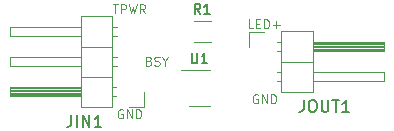
<source format=gbr>
%TF.GenerationSoftware,KiCad,Pcbnew,(6.0.1-0)*%
%TF.CreationDate,2022-02-21T21:03:00-07:00*%
%TF.ProjectId,LED,4c45442e-6b69-4636-9164-5f7063625858,rev?*%
%TF.SameCoordinates,Original*%
%TF.FileFunction,Legend,Top*%
%TF.FilePolarity,Positive*%
%FSLAX46Y46*%
G04 Gerber Fmt 4.6, Leading zero omitted, Abs format (unit mm)*
G04 Created by KiCad (PCBNEW (6.0.1-0)) date 2022-02-21 21:03:00*
%MOMM*%
%LPD*%
G01*
G04 APERTURE LIST*
%ADD10C,0.100000*%
%ADD11C,0.150000*%
%ADD12C,0.120000*%
G04 APERTURE END LIST*
D10*
X158178571Y-70110000D02*
X158107142Y-70074285D01*
X158000000Y-70074285D01*
X157892857Y-70110000D01*
X157821428Y-70181428D01*
X157785714Y-70252857D01*
X157750000Y-70395714D01*
X157750000Y-70502857D01*
X157785714Y-70645714D01*
X157821428Y-70717142D01*
X157892857Y-70788571D01*
X158000000Y-70824285D01*
X158071428Y-70824285D01*
X158178571Y-70788571D01*
X158214285Y-70752857D01*
X158214285Y-70502857D01*
X158071428Y-70502857D01*
X158535714Y-70824285D02*
X158535714Y-70074285D01*
X158964285Y-70824285D01*
X158964285Y-70074285D01*
X159321428Y-70824285D02*
X159321428Y-70074285D01*
X159500000Y-70074285D01*
X159607142Y-70110000D01*
X159678571Y-70181428D01*
X159714285Y-70252857D01*
X159750000Y-70395714D01*
X159750000Y-70502857D01*
X159714285Y-70645714D01*
X159678571Y-70717142D01*
X159607142Y-70788571D01*
X159500000Y-70824285D01*
X159321428Y-70824285D01*
X148981000Y-67256428D02*
X149088142Y-67292142D01*
X149123857Y-67327857D01*
X149159571Y-67399285D01*
X149159571Y-67506428D01*
X149123857Y-67577857D01*
X149088142Y-67613571D01*
X149016714Y-67649285D01*
X148731000Y-67649285D01*
X148731000Y-66899285D01*
X148981000Y-66899285D01*
X149052428Y-66935000D01*
X149088142Y-66970714D01*
X149123857Y-67042142D01*
X149123857Y-67113571D01*
X149088142Y-67185000D01*
X149052428Y-67220714D01*
X148981000Y-67256428D01*
X148731000Y-67256428D01*
X149445285Y-67613571D02*
X149552428Y-67649285D01*
X149731000Y-67649285D01*
X149802428Y-67613571D01*
X149838142Y-67577857D01*
X149873857Y-67506428D01*
X149873857Y-67435000D01*
X149838142Y-67363571D01*
X149802428Y-67327857D01*
X149731000Y-67292142D01*
X149588142Y-67256428D01*
X149516714Y-67220714D01*
X149481000Y-67185000D01*
X149445285Y-67113571D01*
X149445285Y-67042142D01*
X149481000Y-66970714D01*
X149516714Y-66935000D01*
X149588142Y-66899285D01*
X149766714Y-66899285D01*
X149873857Y-66935000D01*
X150338142Y-67292142D02*
X150338142Y-67649285D01*
X150088142Y-66899285D02*
X150338142Y-67292142D01*
X150588142Y-66899285D01*
X157803571Y-64474285D02*
X157446428Y-64474285D01*
X157446428Y-63724285D01*
X158053571Y-64081428D02*
X158303571Y-64081428D01*
X158410714Y-64474285D02*
X158053571Y-64474285D01*
X158053571Y-63724285D01*
X158410714Y-63724285D01*
X158732142Y-64474285D02*
X158732142Y-63724285D01*
X158910714Y-63724285D01*
X159017857Y-63760000D01*
X159089285Y-63831428D01*
X159125000Y-63902857D01*
X159160714Y-64045714D01*
X159160714Y-64152857D01*
X159125000Y-64295714D01*
X159089285Y-64367142D01*
X159017857Y-64438571D01*
X158910714Y-64474285D01*
X158732142Y-64474285D01*
X159482142Y-64188571D02*
X160053571Y-64188571D01*
X159767857Y-64474285D02*
X159767857Y-63902857D01*
X146748571Y-71380000D02*
X146677142Y-71344285D01*
X146570000Y-71344285D01*
X146462857Y-71380000D01*
X146391428Y-71451428D01*
X146355714Y-71522857D01*
X146320000Y-71665714D01*
X146320000Y-71772857D01*
X146355714Y-71915714D01*
X146391428Y-71987142D01*
X146462857Y-72058571D01*
X146570000Y-72094285D01*
X146641428Y-72094285D01*
X146748571Y-72058571D01*
X146784285Y-72022857D01*
X146784285Y-71772857D01*
X146641428Y-71772857D01*
X147105714Y-72094285D02*
X147105714Y-71344285D01*
X147534285Y-72094285D01*
X147534285Y-71344285D01*
X147891428Y-72094285D02*
X147891428Y-71344285D01*
X148070000Y-71344285D01*
X148177142Y-71380000D01*
X148248571Y-71451428D01*
X148284285Y-71522857D01*
X148320000Y-71665714D01*
X148320000Y-71772857D01*
X148284285Y-71915714D01*
X148248571Y-71987142D01*
X148177142Y-72058571D01*
X148070000Y-72094285D01*
X147891428Y-72094285D01*
X145927142Y-62454285D02*
X146355714Y-62454285D01*
X146141428Y-63204285D02*
X146141428Y-62454285D01*
X146605714Y-63204285D02*
X146605714Y-62454285D01*
X146891428Y-62454285D01*
X146962857Y-62490000D01*
X146998571Y-62525714D01*
X147034285Y-62597142D01*
X147034285Y-62704285D01*
X146998571Y-62775714D01*
X146962857Y-62811428D01*
X146891428Y-62847142D01*
X146605714Y-62847142D01*
X147284285Y-62454285D02*
X147462857Y-63204285D01*
X147605714Y-62668571D01*
X147748571Y-63204285D01*
X147927142Y-62454285D01*
X148641428Y-63204285D02*
X148391428Y-62847142D01*
X148212857Y-63204285D02*
X148212857Y-62454285D01*
X148498571Y-62454285D01*
X148570000Y-62490000D01*
X148605714Y-62525714D01*
X148641428Y-62597142D01*
X148641428Y-62704285D01*
X148605714Y-62775714D01*
X148570000Y-62811428D01*
X148498571Y-62847142D01*
X148212857Y-62847142D01*
D11*
%TO.C,JIN1*%
X142414761Y-71842380D02*
X142414761Y-72556666D01*
X142367142Y-72699523D01*
X142271904Y-72794761D01*
X142129047Y-72842380D01*
X142033809Y-72842380D01*
X142890952Y-72842380D02*
X142890952Y-71842380D01*
X143367142Y-72842380D02*
X143367142Y-71842380D01*
X143938571Y-72842380D01*
X143938571Y-71842380D01*
X144938571Y-72842380D02*
X144367142Y-72842380D01*
X144652857Y-72842380D02*
X144652857Y-71842380D01*
X144557619Y-71985238D01*
X144462380Y-72080476D01*
X144367142Y-72128095D01*
%TO.C,JOUT1*%
X162068095Y-70572380D02*
X162068095Y-71286666D01*
X162020476Y-71429523D01*
X161925238Y-71524761D01*
X161782380Y-71572380D01*
X161687142Y-71572380D01*
X162734761Y-70572380D02*
X162925238Y-70572380D01*
X163020476Y-70620000D01*
X163115714Y-70715238D01*
X163163333Y-70905714D01*
X163163333Y-71239047D01*
X163115714Y-71429523D01*
X163020476Y-71524761D01*
X162925238Y-71572380D01*
X162734761Y-71572380D01*
X162639523Y-71524761D01*
X162544285Y-71429523D01*
X162496666Y-71239047D01*
X162496666Y-70905714D01*
X162544285Y-70715238D01*
X162639523Y-70620000D01*
X162734761Y-70572380D01*
X163591904Y-70572380D02*
X163591904Y-71381904D01*
X163639523Y-71477142D01*
X163687142Y-71524761D01*
X163782380Y-71572380D01*
X163972857Y-71572380D01*
X164068095Y-71524761D01*
X164115714Y-71477142D01*
X164163333Y-71381904D01*
X164163333Y-70572380D01*
X164496666Y-70572380D02*
X165068095Y-70572380D01*
X164782380Y-71572380D02*
X164782380Y-70572380D01*
X165925238Y-71572380D02*
X165353809Y-71572380D01*
X165639523Y-71572380D02*
X165639523Y-70572380D01*
X165544285Y-70715238D01*
X165449047Y-70810476D01*
X165353809Y-70858095D01*
%TO.C,R1*%
X153335833Y-63249523D02*
X153052500Y-62844761D01*
X152850119Y-63249523D02*
X152850119Y-62399523D01*
X153173928Y-62399523D01*
X153254880Y-62440000D01*
X153295357Y-62480476D01*
X153335833Y-62561428D01*
X153335833Y-62682857D01*
X153295357Y-62763809D01*
X153254880Y-62804285D01*
X153173928Y-62844761D01*
X152850119Y-62844761D01*
X154145357Y-63249523D02*
X153659642Y-63249523D01*
X153902500Y-63249523D02*
X153902500Y-62399523D01*
X153821547Y-62520952D01*
X153740595Y-62601904D01*
X153659642Y-62642380D01*
%TO.C,U1*%
X152582380Y-66614523D02*
X152582380Y-67302619D01*
X152622857Y-67383571D01*
X152663333Y-67424047D01*
X152744285Y-67464523D01*
X152906190Y-67464523D01*
X152987142Y-67424047D01*
X153027619Y-67383571D01*
X153068095Y-67302619D01*
X153068095Y-66614523D01*
X153918095Y-67464523D02*
X153432380Y-67464523D01*
X153675238Y-67464523D02*
X153675238Y-66614523D01*
X153594285Y-66735952D01*
X153513333Y-66816904D01*
X153432380Y-66857380D01*
D12*
%TO.C,JIN1*%
X145880000Y-63440000D02*
X143220000Y-63440000D01*
X146210000Y-70230000D02*
X145880000Y-70230000D01*
X137220000Y-69470000D02*
X143220000Y-69470000D01*
X145880000Y-66040000D02*
X143220000Y-66040000D01*
X143220000Y-70230000D02*
X137220000Y-70230000D01*
X145880000Y-71180000D02*
X145880000Y-63440000D01*
X143220000Y-70170000D02*
X137220000Y-70170000D01*
X143220000Y-70050000D02*
X137220000Y-70050000D01*
X145880000Y-68580000D02*
X143220000Y-68580000D01*
X143220000Y-71180000D02*
X145880000Y-71180000D01*
X146277071Y-64390000D02*
X145880000Y-64390000D01*
X148590000Y-71120000D02*
X147320000Y-71120000D01*
X143220000Y-69690000D02*
X137220000Y-69690000D01*
X143220000Y-69570000D02*
X137220000Y-69570000D01*
X143220000Y-63440000D02*
X143220000Y-71180000D01*
X143220000Y-69930000D02*
X137220000Y-69930000D01*
X148590000Y-69850000D02*
X148590000Y-71120000D01*
X143220000Y-67690000D02*
X137220000Y-67690000D01*
X137220000Y-67690000D02*
X137220000Y-66930000D01*
X146277071Y-65150000D02*
X145880000Y-65150000D01*
X146277071Y-67690000D02*
X145880000Y-67690000D01*
X146210000Y-69470000D02*
X145880000Y-69470000D01*
X137220000Y-64390000D02*
X143220000Y-64390000D01*
X143220000Y-69810000D02*
X137220000Y-69810000D01*
X143220000Y-65150000D02*
X137220000Y-65150000D01*
X146277071Y-66930000D02*
X145880000Y-66930000D01*
X137220000Y-66930000D02*
X143220000Y-66930000D01*
X137220000Y-65150000D02*
X137220000Y-64390000D01*
X137220000Y-70230000D02*
X137220000Y-69470000D01*
%TO.C,JOUT1*%
X162850000Y-66080000D02*
X168850000Y-66080000D01*
X162850000Y-65960000D02*
X168850000Y-65960000D01*
X160190000Y-64710000D02*
X160190000Y-69910000D01*
X160190000Y-67310000D02*
X162850000Y-67310000D01*
X162850000Y-69910000D02*
X162850000Y-64710000D01*
X162850000Y-65840000D02*
X168850000Y-65840000D01*
X162850000Y-65660000D02*
X168850000Y-65660000D01*
X162850000Y-65720000D02*
X168850000Y-65720000D01*
X162850000Y-64710000D02*
X160190000Y-64710000D01*
X159860000Y-65660000D02*
X160190000Y-65660000D01*
X168850000Y-66420000D02*
X162850000Y-66420000D01*
X159792929Y-68960000D02*
X160190000Y-68960000D01*
X162850000Y-68200000D02*
X168850000Y-68200000D01*
X157480000Y-66040000D02*
X157480000Y-64770000D01*
X162850000Y-66320000D02*
X168850000Y-66320000D01*
X157480000Y-64770000D02*
X158750000Y-64770000D01*
X168850000Y-68200000D02*
X168850000Y-68960000D01*
X159860000Y-66420000D02*
X160190000Y-66420000D01*
X160190000Y-69910000D02*
X162850000Y-69910000D01*
X168850000Y-65660000D02*
X168850000Y-66420000D01*
X159792929Y-68200000D02*
X160190000Y-68200000D01*
X162850000Y-66200000D02*
X168850000Y-66200000D01*
X168850000Y-68960000D02*
X162850000Y-68960000D01*
%TO.C,R1*%
X154204564Y-63860000D02*
X152750436Y-63860000D01*
X154204564Y-65680000D02*
X152750436Y-65680000D01*
%TO.C,U1*%
X154110000Y-68020000D02*
X151680000Y-68020000D01*
X152350000Y-71090000D02*
X154110000Y-71090000D01*
%TD*%
M02*

</source>
